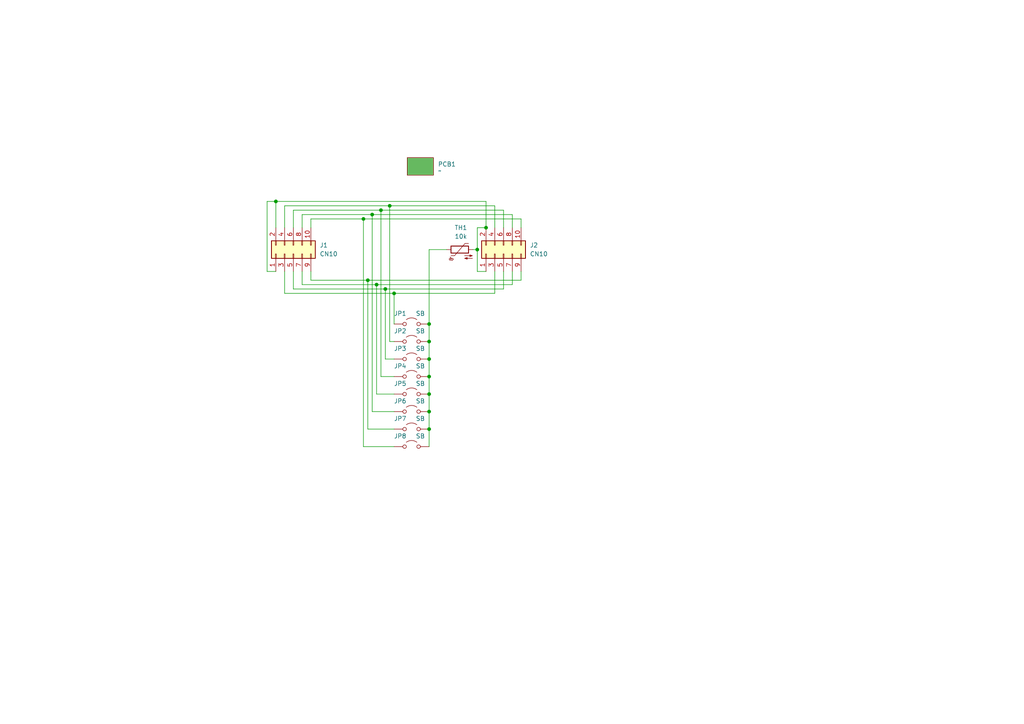
<source format=kicad_sch>
(kicad_sch (version 20231120) (generator "eeschema") (generator_version "8.0")
  (paper "A4")
  (lib_symbols
    (symbol "Connector_Generic:Conn_02x05_Odd_Even" (pin_names (offset 1.016) hide)
      (property "Reference" "J" (at 1.27 7.62 0))
      (property "Value" "Conn_02x05_Odd_Even" (at 1.27 -7.62 0))
      (symbol "Conn_02x05_Odd_Even_1_1"
        (rectangle (start -1.27 -4.953) (end 0 -5.207) (stroke (width 0.1524)))
        (rectangle (start -1.27 -2.413) (end 0 -2.667) (stroke (width 0.1524)))
        (rectangle (start -1.27 0.127) (end 0 -0.127) (stroke (width 0.1524)))
        (rectangle (start -1.27 2.667) (end 0 2.413) (stroke (width 0.1524)))
        (rectangle (start -1.27 5.207) (end 0 4.953) (stroke (width 0.1524)))
        (rectangle (start -1.27 6.35) (end 3.81 -6.35) (stroke (width 0.254)) (fill (type background)))
        (rectangle (start 3.81 -4.953) (end 2.54 -5.207) (stroke (width 0.1524)))
        (rectangle (start 3.81 -2.413) (end 2.54 -2.667) (stroke (width 0.1524)))
        (rectangle (start 3.81 0.127) (end 2.54 -0.127) (stroke (width 0.1524)))
        (rectangle (start 3.81 2.667) (end 2.54 2.413) (stroke (width 0.1524)))
        (rectangle (start 3.81 5.207) (end 2.54 4.953) (stroke (width 0.1524)))
        (pin passive line (at -5.08 5.08 0) (length 3.81) (name "Pin_1") (number "1"))
        (pin passive line (at 7.62 -5.08 180) (length 3.81) (name "Pin_10") (number "10"))
        (pin passive line (at 7.62 5.08 180) (length 3.81) (name "Pin_2") (number "2"))
        (pin passive line (at -5.08 2.54 0) (length 3.81) (name "Pin_3") (number "3"))
        (pin passive line (at 7.62 2.54 180) (length 3.81) (name "Pin_4") (number "4"))
        (pin passive line (at -5.08 0 0) (length 3.81) (name "Pin_5") (number "5"))
        (pin passive line (at 7.62 0 180) (length 3.81) (name "Pin_6") (number "6"))
        (pin passive line (at -5.08 -2.54 0) (length 3.81) (name "Pin_7") (number "7"))
        (pin passive line (at 7.62 -2.54 180) (length 3.81) (name "Pin_8") (number "8"))
        (pin passive line (at -5.08 -5.08 0) (length 3.81) (name "Pin_9") (number "9"))
      )
    )
    (symbol "Device:Thermistor_NTC" (pin_numbers hide) (pin_names (offset 0))
      (property "Reference" "TH" (at -4.445 0 90))
      (property "Value" "Thermistor_NTC" (at 3.175 0 90))
      (symbol "Thermistor_NTC_0_1"
        (arc (start -3.048 2.159) (mid -3.0495 2.3143) (end -3.175 2.413))
        (arc (start -3.048 2.159) (mid -2.9736 1.9794) (end -2.794 1.905))
        (arc (start -3.048 2.794) (mid -2.9736 2.6144) (end -2.794 2.54))
        (arc (start -2.794 1.905) (mid -2.6144 1.9794) (end -2.54 2.159))
        (arc (start -2.794 2.54) (mid -2.4393 2.5587) (end -2.159 2.794))
        (arc (start -2.794 3.048) (mid -2.9736 2.9736) (end -3.048 2.794))
        (arc (start -2.54 2.794) (mid -2.6144 2.9736) (end -2.794 3.048))
        (rectangle (start -1.016 2.54) (end 1.016 -2.54) (stroke (width 0.254)))
        (polyline (pts (xy -2.54 2.159) (xy -2.54 2.794)))
        (polyline (pts (xy -1.778 2.54) (xy -1.778 1.524) (xy 1.778 -1.524) (xy 1.778 -2.54)))
        (polyline (pts (xy -2.54 -3.683) (xy -2.54 -1.397) (xy -2.794 -2.159) (xy -2.286 -2.159) (xy -2.54 -1.397) (xy -2.54 -1.651)) (fill (type outline)))
        (polyline (pts (xy -1.778 -1.397) (xy -1.778 -3.683) (xy -2.032 -2.921) (xy -1.524 -2.921) (xy -1.778 -3.683) (xy -1.778 -3.429)) (fill (type outline)))
      )
      (symbol "Thermistor_NTC_1_1"
        (pin passive line (at 0 3.81 270) (length 1.27) (name "~") (number "1"))
        (pin passive line (at 0 -3.81 90) (length 1.27) (name "~") (number "2"))
      )
    )
    (symbol "Jumper:Jumper_2_Open" (pin_numbers hide) (pin_names (offset 0) hide) (exclude_from_sim yes)
      (property "Reference" "JP" (at 0 2.794 0))
      (property "Value" "Jumper_2_Open" (at 0 -2.286 0))
      (symbol "Jumper_2_Open_0_0"
        (circle (center -2.032 0) (radius 0.508))
        (circle (center 2.032 0) (radius 0.508))
      )
      (symbol "Jumper_2_Open_0_1"
        (arc (start 1.524 1.27) (mid 0 1.778) (end -1.524 1.27))
      )
      (symbol "Jumper_2_Open_1_1"
        (pin passive line (at -5.08 0 0) (length 2.54) (name "A") (number "1"))
        (pin passive line (at 5.08 0 180) (length 2.54) (name "B") (number "2"))
      )
    )
    (symbol "TJP_LIB:PCB"
      (property "Reference" "PCB" (at 0 0 0))
      (symbol "PCB_1_1"
        (rectangle (start -3.81 2.54) (end 3.81 -2.54) (fill (type color) (color 102 185 96 1)))
      )
    )
  )
  (junction (at 107.95 62.23))
  (junction (at 124.46 104.14))
  (junction (at 109.22 82.55))
  (junction (at 124.46 99.06))
  (junction (at 138.43 72.39))
  (junction (at 106.68 81.28))
  (junction (at 111.76 83.82))
  (junction (at 124.46 114.3))
  (junction (at 114.3 85.09))
  (junction (at 124.46 93.98))
  (junction (at 110.49 60.96))
  (junction (at 124.46 109.22))
  (junction (at 124.46 124.46))
  (junction (at 105.41 63.5))
  (junction (at 113.03 59.69))
  (junction (at 140.97 66.04))
  (junction (at 80.01 58.42))
  (junction (at 124.46 119.38))
  (wire (pts (xy 106.68 81.28) (xy 151.13 81.28)))
  (wire (pts (xy 109.22 82.55) (xy 148.59 82.55)))
  (wire (pts (xy 107.95 62.23) (xy 148.59 62.23)))
  (wire (pts (xy 114.3 85.09) (xy 143.51 85.09)))
  (wire (pts (xy 105.41 63.5) (xy 105.41 129.54)))
  (wire (pts (xy 90.17 66.04) (xy 90.17 63.5)))
  (wire (pts (xy 143.51 85.09) (xy 143.51 78.74)))
  (wire (pts (xy 82.55 85.09) (xy 114.3 85.09)))
  (wire (pts (xy 143.51 66.04) (xy 143.51 59.69)))
  (wire (pts (xy 87.63 62.23) (xy 107.95 62.23)))
  (wire (pts (xy 124.46 119.38) (xy 124.46 114.3)))
  (wire (pts (xy 107.95 62.23) (xy 107.95 119.38)))
  (wire (pts (xy 109.22 82.55) (xy 109.22 114.3)))
  (wire (pts (xy 85.09 66.04) (xy 85.09 60.96)))
  (wire (pts (xy 124.46 72.39) (xy 129.54 72.39)))
  (wire (pts (xy 124.46 104.14) (xy 124.46 99.06)))
  (wire (pts (xy 148.59 82.55) (xy 148.59 78.74)))
  (wire (pts (xy 110.49 60.96) (xy 110.49 109.22)))
  (wire (pts (xy 113.03 59.69) (xy 82.55 59.69)))
  (wire (pts (xy 124.46 124.46) (xy 124.46 119.38)))
  (wire (pts (xy 124.46 109.22) (xy 124.46 104.14)))
  (wire (pts (xy 140.97 78.74) (xy 138.43 78.74)))
  (wire (pts (xy 124.46 114.3) (xy 124.46 109.22)))
  (wire (pts (xy 87.63 78.74) (xy 87.63 82.55)))
  (wire (pts (xy 137.16 72.39) (xy 138.43 72.39)))
  (wire (pts (xy 90.17 81.28) (xy 106.68 81.28)))
  (wire (pts (xy 124.46 129.54) (xy 124.46 124.46)))
  (wire (pts (xy 105.41 63.5) (xy 151.13 63.5)))
  (wire (pts (xy 90.17 63.5) (xy 105.41 63.5)))
  (wire (pts (xy 138.43 72.39) (xy 138.43 78.74)))
  (wire (pts (xy 138.43 66.04) (xy 140.97 66.04)))
  (wire (pts (xy 114.3 85.09) (xy 114.3 93.98)))
  (wire (pts (xy 110.49 60.96) (xy 146.05 60.96)))
  (wire (pts (xy 113.03 59.69) (xy 113.03 99.06)))
  (wire (pts (xy 140.97 58.42) (xy 140.97 66.04)))
  (wire (pts (xy 85.09 60.96) (xy 110.49 60.96)))
  (wire (pts (xy 114.3 104.14) (xy 111.76 104.14)))
  (wire (pts (xy 111.76 83.82) (xy 146.05 83.82)))
  (wire (pts (xy 114.3 119.38) (xy 107.95 119.38)))
  (wire (pts (xy 87.63 82.55) (xy 109.22 82.55)))
  (wire (pts (xy 143.51 59.69) (xy 113.03 59.69)))
  (wire (pts (xy 114.3 109.22) (xy 110.49 109.22)))
  (wire (pts (xy 114.3 99.06) (xy 113.03 99.06)))
  (wire (pts (xy 146.05 60.96) (xy 146.05 66.04)))
  (wire (pts (xy 138.43 66.04) (xy 138.43 72.39)))
  (wire (pts (xy 85.09 78.74) (xy 85.09 83.82)))
  (wire (pts (xy 82.55 59.69) (xy 82.55 66.04)))
  (wire (pts (xy 111.76 83.82) (xy 111.76 104.14)))
  (wire (pts (xy 146.05 83.82) (xy 146.05 78.74)))
  (wire (pts (xy 85.09 83.82) (xy 111.76 83.82)))
  (wire (pts (xy 124.46 99.06) (xy 124.46 93.98)))
  (wire (pts (xy 114.3 114.3) (xy 109.22 114.3)))
  (wire (pts (xy 80.01 66.04) (xy 80.01 58.42)))
  (wire (pts (xy 114.3 129.54) (xy 105.41 129.54)))
  (wire (pts (xy 148.59 62.23) (xy 148.59 66.04)))
  (wire (pts (xy 106.68 124.46) (xy 106.68 81.28)))
  (wire (pts (xy 124.46 93.98) (xy 124.46 72.39)))
  (wire (pts (xy 82.55 78.74) (xy 82.55 85.09)))
  (wire (pts (xy 87.63 66.04) (xy 87.63 62.23)))
  (wire (pts (xy 151.13 81.28) (xy 151.13 78.74)))
  (wire (pts (xy 80.01 78.74) (xy 77.47 78.74)))
  (wire (pts (xy 77.47 78.74) (xy 77.47 58.42)))
  (wire (pts (xy 114.3 124.46) (xy 106.68 124.46)))
  (wire (pts (xy 151.13 63.5) (xy 151.13 66.04)))
  (wire (pts (xy 80.01 58.42) (xy 140.97 58.42)))
  (wire (pts (xy 77.47 58.42) (xy 80.01 58.42)))
  (wire (pts (xy 90.17 78.74) (xy 90.17 81.28)))
  (symbol (lib_id "Jumper:Jumper_2_Open") (at 119.38 114.3 0) (unit 1) (exclude_from_sim yes)
    (property "Reference" "JP5" (at 116.078 111.252 0))
    (property "Value" "SB" (at 121.92 111.252 0))
    (property "Footprint" "Jumper:SolderJumper-2_P1.3mm_Open_RoundedPad1.0x1.5mm" (effects (hide yes)))
    (property "Description" "Jumper, 2-pole, open" (effects (hide yes)))
  )
  (symbol (lib_id "Jumper:Jumper_2_Open") (at 119.38 129.54 0) (unit 1) (exclude_from_sim yes)
    (property "Reference" "JP8" (at 116.078 126.492 0))
    (property "Value" "SB" (at 121.92 126.492 0))
    (property "Footprint" "Jumper:SolderJumper-2_P1.3mm_Open_RoundedPad1.0x1.5mm" (effects (hide yes)))
    (property "Description" "Jumper, 2-pole, open" (effects (hide yes)))
  )
  (symbol (lib_id "Device:Thermistor_NTC") (at 133.35 72.39 90) (unit 1)
    (property "Reference" "TH1" (at 133.6675 66.04 90))
    (property "Value" "10k" (at 133.6675 68.58 90))
    (property "Footprint" "TJP_LIB:NTC_5x2" (effects (hide yes)))
    (property "Description" "Temperature dependent resistor, negative temperature coefficient" (effects (hide yes)))
  )
  (symbol (lib_id "Connector_Generic:Conn_02x05_Odd_Even") (at 146.05 73.66 90) (unit 1)
    (property "Reference" "J2" (at 153.67 71.1199 90) (effects (justify right)))
    (property "Value" "CN10" (at 153.67 73.6599 90) (effects (justify right)))
    (property "Footprint" "Connector_PinHeader_2.54mm:PinHeader_2x05_P2.54mm_Vertical" (effects (hide yes)))
    (property "Description" "Generic connector, double row, 02x05, odd/even pin numbering scheme (row 1 odd numbers, row 2 even numbers), script generated (kicad-library-utils/schlib/autogen/connector/)" (effects (hide yes)))
  )
  (symbol (lib_id "TJP_LIB:PCB") (at 121.92 48.26 0) (unit 1)
    (property "Reference" "PCB1" (at 127 47.6249 0) (effects (justify left)))
    (property "Value" "~" (at 127 49.53 0) (effects (justify left)))
    (property "Footprint" "TJP_LIB:PCB11x297" (effects (hide yes)))
  )
  (symbol (lib_id "Jumper:Jumper_2_Open") (at 119.38 99.06 0) (unit 1) (exclude_from_sim yes)
    (property "Reference" "JP2" (at 116.078 96.012 0))
    (property "Value" "SB" (at 121.92 96.012 0))
    (property "Footprint" "Jumper:SolderJumper-2_P1.3mm_Open_RoundedPad1.0x1.5mm" (effects (hide yes)))
    (property "Description" "Jumper, 2-pole, open" (effects (hide yes)))
  )
  (symbol (lib_id "Connector_Generic:Conn_02x05_Odd_Even") (at 85.09 73.66 90) (unit 1)
    (property "Reference" "J1" (at 92.71 71.1199 90) (effects (justify right)))
    (property "Value" "CN10" (at 92.71 73.6599 90) (effects (justify right)))
    (property "Footprint" "Connector_PinHeader_2.54mm:PinHeader_2x05_P2.54mm_Vertical" (effects (hide yes)))
    (property "Description" "Generic connector, double row, 02x05, odd/even pin numbering scheme (row 1 odd numbers, row 2 even numbers), script generated (kicad-library-utils/schlib/autogen/connector/)" (effects (hide yes)))
  )
  (symbol (lib_id "Jumper:Jumper_2_Open") (at 119.38 109.22 0) (unit 1) (exclude_from_sim yes)
    (property "Reference" "JP4" (at 116.078 106.172 0))
    (property "Value" "SB" (at 121.92 106.172 0))
    (property "Footprint" "Jumper:SolderJumper-2_P1.3mm_Open_RoundedPad1.0x1.5mm" (effects (hide yes)))
    (property "Description" "Jumper, 2-pole, open" (effects (hide yes)))
  )
  (symbol (lib_id "Jumper:Jumper_2_Open") (at 119.38 119.38 0) (unit 1) (exclude_from_sim yes)
    (property "Reference" "JP6" (at 116.078 116.332 0))
    (property "Value" "SB" (at 121.92 116.332 0))
    (property "Footprint" "Jumper:SolderJumper-2_P1.3mm_Open_RoundedPad1.0x1.5mm" (effects (hide yes)))
    (property "Description" "Jumper, 2-pole, open" (effects (hide yes)))
  )
  (symbol (lib_id "Jumper:Jumper_2_Open") (at 119.38 124.46 0) (unit 1) (exclude_from_sim yes)
    (property "Reference" "JP7" (at 116.078 121.412 0))
    (property "Value" "SB" (at 121.92 121.412 0))
    (property "Footprint" "Jumper:SolderJumper-2_P1.3mm_Open_RoundedPad1.0x1.5mm" (effects (hide yes)))
    (property "Description" "Jumper, 2-pole, open" (effects (hide yes)))
  )
  (symbol (lib_id "Jumper:Jumper_2_Open") (at 119.38 104.14 0) (unit 1) (exclude_from_sim yes)
    (property "Reference" "JP3" (at 116.078 101.092 0))
    (property "Value" "SB" (at 121.92 101.092 0))
    (property "Footprint" "Jumper:SolderJumper-2_P1.3mm_Open_RoundedPad1.0x1.5mm" (effects (hide yes)))
    (property "Description" "Jumper, 2-pole, open" (effects (hide yes)))
  )
  (symbol (lib_id "Jumper:Jumper_2_Open") (at 119.38 93.98 0) (unit 1) (exclude_from_sim yes)
    (property "Reference" "JP1" (at 116.078 90.932 0))
    (property "Value" "SB" (at 121.92 90.932 0))
    (property "Footprint" "Jumper:SolderJumper-2_P1.3mm_Open_RoundedPad1.0x1.5mm" (effects (hide yes)))
    (property "Description" "Jumper, 2-pole, open" (effects (hide yes)))
  )
)
</source>
